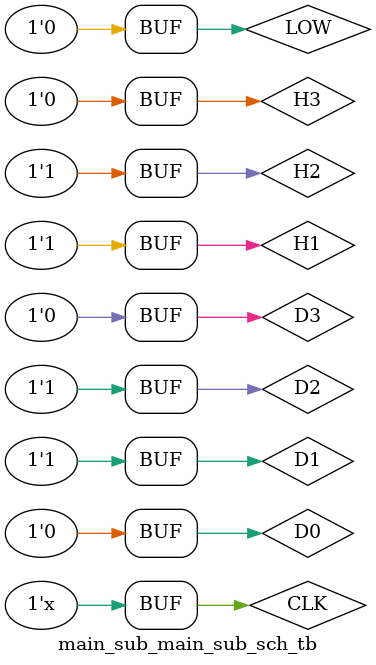
<source format=v>

`timescale 1ns / 1ps

module main_sub_main_sub_sch_tb();

// Inputs
   reg H3;
   reg H2;
   reg H1;
   reg LOW;
   reg D3;
   reg D2;
   reg D1;
   reg D0;
   reg CLK;

// Output
   wire CC_OUT;
   wire C_OUT;
   wire BB_OUT;
   wire B_OUT;
   wire AA_OUT;
   wire A_OUT;

// Bidirs

// Instantiate the UUT
   main_sub UUT (
		.H3(H3), 
		.H2(H2), 
		.H1(H1), 
		.LOW(LOW), 
		.D3(D3), 
		.D2(D2), 
		.D1(D1), 
		.D0(D0), 
		.CLK(CLK), 
		.CC_OUT(CC_OUT), 
		.C_OUT(C_OUT), 
		.BB_OUT(BB_OUT), 
		.B_OUT(B_OUT), 
		.AA_OUT(AA_OUT), 
		.A_OUT(A_OUT)
   );
// Initialize Inputs
  initial begin
		LOW = 0;
		H3 = 0;
		H2 = 0;
		H1 = 0;
		D3 = 0;
		D2 = 1;
		D1 = 1;
		D0 = 0;
		CLK=1;
		
   end
	always begin
	#20;
	CLK=~CLK;
	end
	always begin
	H1=1;
	#2000;
	H1=0;
	#3000;
	H1=1;
	#1000;	
	end
	always begin
	H2=0;
	#3000;
	H2=1;
	#3000;
	end
	always begin
	H3=0;
	#1000;
	H3=1;
	#3000;
	H3=0;
	#2000;
	end


endmodule

</source>
